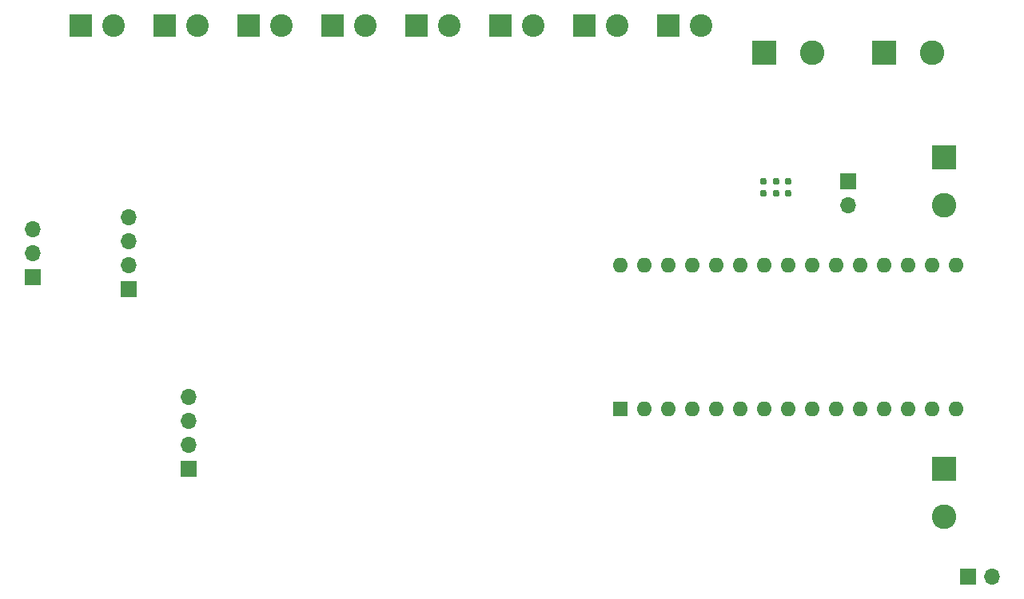
<source format=gbr>
%TF.GenerationSoftware,KiCad,Pcbnew,7.0.8*%
%TF.CreationDate,2024-01-17T19:39:17+01:00*%
%TF.ProjectId,openautolab,6f70656e-6175-4746-9f6c-61622e6b6963,rev?*%
%TF.SameCoordinates,Original*%
%TF.FileFunction,Soldermask,Bot*%
%TF.FilePolarity,Negative*%
%FSLAX46Y46*%
G04 Gerber Fmt 4.6, Leading zero omitted, Abs format (unit mm)*
G04 Created by KiCad (PCBNEW 7.0.8) date 2024-01-17 19:39:17*
%MOMM*%
%LPD*%
G01*
G04 APERTURE LIST*
%ADD10O,1.700000X1.700000*%
%ADD11R,1.700000X1.700000*%
%ADD12R,2.400000X2.400000*%
%ADD13C,2.400000*%
%ADD14R,2.600000X2.600000*%
%ADD15C,2.600000*%
%ADD16C,0.770000*%
%ADD17O,1.600000X1.600000*%
%ADD18R,1.600000X1.600000*%
G04 APERTURE END LIST*
D10*
%TO.C,SW4*%
X139700000Y-101600000D03*
D11*
X137160000Y-101600000D03*
%TD*%
D12*
%TO.C,J3*%
X60960000Y-43180000D03*
D13*
X64460000Y-43180000D03*
%TD*%
D12*
%TO.C,J5*%
X78740000Y-43180000D03*
D13*
X82240000Y-43180000D03*
%TD*%
D14*
%TO.C,J9*%
X115565000Y-46020000D03*
D15*
X120645000Y-46020000D03*
%TD*%
D11*
%TO.C,J14*%
X38075000Y-69835000D03*
D10*
X38075000Y-67295000D03*
X38075000Y-64755000D03*
%TD*%
D12*
%TO.C,J2*%
X52070000Y-43180000D03*
D13*
X55570000Y-43180000D03*
%TD*%
D12*
%TO.C,J8*%
X105410000Y-43180000D03*
D13*
X108910000Y-43180000D03*
%TD*%
D11*
%TO.C,J15*%
X48260000Y-71120000D03*
D10*
X48260000Y-68580000D03*
X48260000Y-66040000D03*
X48260000Y-63500000D03*
%TD*%
D12*
%TO.C,J4*%
X69850000Y-43180000D03*
D13*
X73350000Y-43180000D03*
%TD*%
D11*
%TO.C,SW3*%
X124460000Y-59690000D03*
D10*
X124460000Y-62230000D03*
%TD*%
D12*
%TO.C,J6*%
X87630000Y-43180000D03*
D13*
X91130000Y-43180000D03*
%TD*%
D16*
%TO.C,U1*%
X118140000Y-59660000D03*
X116840000Y-59660000D03*
X115540000Y-59660000D03*
X118140000Y-60960000D03*
X116840000Y-60960000D03*
X115540000Y-60960000D03*
%TD*%
D12*
%TO.C,J7*%
X96520000Y-43180000D03*
D13*
X100020000Y-43180000D03*
%TD*%
D15*
%TO.C,J12*%
X134620000Y-95245000D03*
D14*
X134620000Y-90165000D03*
%TD*%
D12*
%TO.C,J1*%
X43180000Y-43180000D03*
D13*
X46680000Y-43180000D03*
%TD*%
D17*
%TO.C,A1*%
X100330000Y-68570000D03*
X102870000Y-68570000D03*
X105410000Y-68570000D03*
X107950000Y-68570000D03*
X110490000Y-68570000D03*
X113030000Y-68570000D03*
X115570000Y-68570000D03*
X118110000Y-68570000D03*
X120650000Y-68570000D03*
X123190000Y-68570000D03*
X125730000Y-68570000D03*
X128270000Y-68570000D03*
X130810000Y-68570000D03*
X133350000Y-68570000D03*
X135890000Y-68570000D03*
X135890000Y-83810000D03*
X133350000Y-83810000D03*
X130810000Y-83810000D03*
X128270000Y-83810000D03*
X125730000Y-83810000D03*
X123190000Y-83810000D03*
X120650000Y-83810000D03*
X118110000Y-83810000D03*
X115570000Y-83810000D03*
X113030000Y-83810000D03*
X110490000Y-83810000D03*
X107950000Y-83810000D03*
X105410000Y-83810000D03*
X102870000Y-83810000D03*
D18*
X100330000Y-83810000D03*
%TD*%
D15*
%TO.C,J11*%
X134620000Y-62230000D03*
D14*
X134620000Y-57150000D03*
%TD*%
%TO.C,J10*%
X128265000Y-46020000D03*
D15*
X133345000Y-46020000D03*
%TD*%
D11*
%TO.C,J13*%
X54610000Y-90170000D03*
D10*
X54610000Y-87630000D03*
X54610000Y-85090000D03*
X54610000Y-82550000D03*
%TD*%
M02*

</source>
